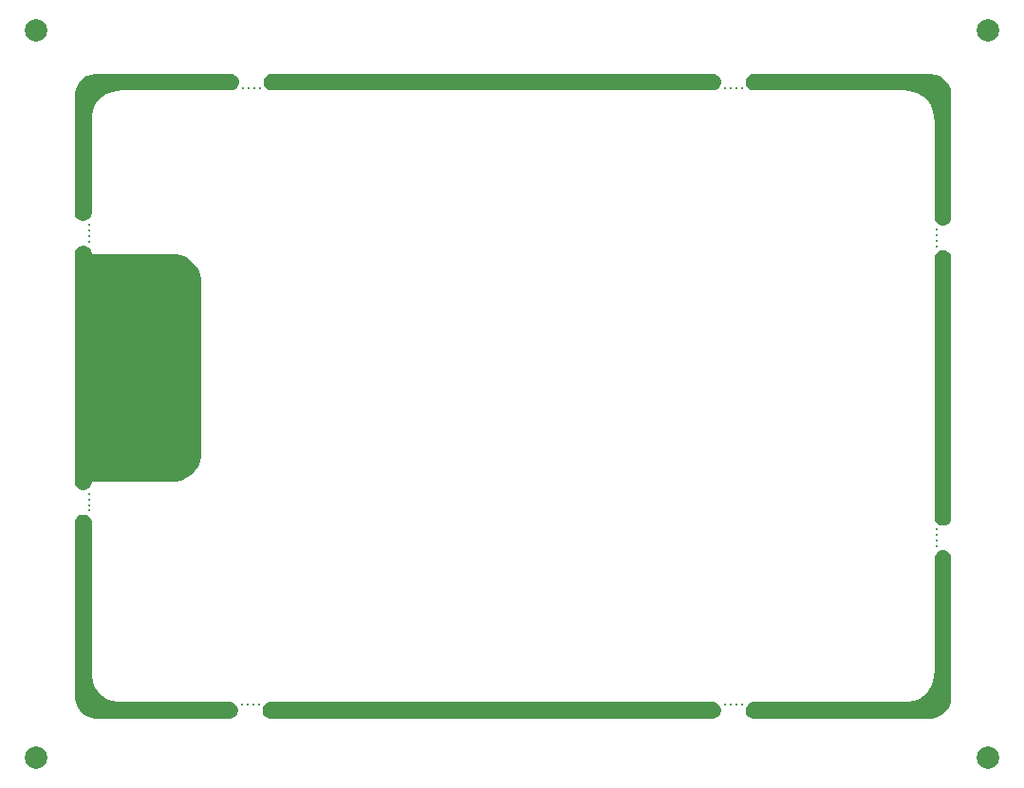
<source format=gbr>
%TF.GenerationSoftware,Altium Limited,Altium Designer,25.3.3 (18)*%
G04 Layer_Color=0*
%FSLAX45Y45*%
%MOMM*%
%TF.SameCoordinates,95E4F6BA-DA47-4B25-BB43-2529A7C35442*%
%TF.FilePolarity,Positive*%
%TF.FileFunction,NonPlated,1,6,NPTH,Drill*%
%TF.Part,CustomerPanel*%
G01*
G75*
%TA.AperFunction,OtherDrill,Pad Free-4 (9.814mm,51.594mm)*%
%ADD639C,0.30000*%
%TA.AperFunction,OtherDrill,Pad Free-4 (9.814mm,52.094mm)*%
%ADD640C,0.30000*%
%TA.AperFunction,OtherDrill,Pad Free-4 (9.814mm,52.594mm)*%
%ADD641C,0.30000*%
%TA.AperFunction,OtherDrill,Pad Free-4 (9.814mm,51.094mm)*%
%ADD642C,0.30000*%
%TA.AperFunction,OtherDrill,Pad Free-4 (9.814mm,27.594mm)*%
%ADD643C,0.30000*%
%TA.AperFunction,OtherDrill,Pad Free-4 (9.814mm,28.094mm)*%
%ADD644C,0.30000*%
%TA.AperFunction,OtherDrill,Pad Free-4 (9.814mm,28.594mm)*%
%ADD645C,0.30000*%
%TA.AperFunction,OtherDrill,Pad Free-4 (9.814mm,27.094mm)*%
%ADD646C,0.30000*%
%TA.AperFunction,OtherDrill,Pad Free-4 (24.406mm,9.814mm)*%
%ADD647C,0.30000*%
%TA.AperFunction,OtherDrill,Pad Free-4 (23.906mm,9.814mm)*%
%ADD648C,0.30000*%
%TA.AperFunction,OtherDrill,Pad Free-4 (23.406mm,9.814mm)*%
%ADD649C,0.30000*%
%TA.AperFunction,OtherDrill,Pad Free-4 (24.906mm,9.814mm)*%
%ADD650C,0.30000*%
%TA.AperFunction,OtherDrill,Pad Free-4 (67.506mm,9.814mm)*%
%ADD651C,0.30000*%
%TA.AperFunction,OtherDrill,Pad Free-4 (67.006mm,9.814mm)*%
%ADD652C,0.30000*%
%TA.AperFunction,OtherDrill,Pad Free-4 (66.506mm,9.814mm)*%
%ADD653C,0.30000*%
%TA.AperFunction,OtherDrill,Pad Free-4 (68.006mm,9.814mm)*%
%ADD654C,0.30000*%
%TA.AperFunction,OtherDrill,Pad Free-4 (85.386mm,24.906mm)*%
%ADD655C,0.30000*%
%TA.AperFunction,OtherDrill,Pad Free-4 (85.386mm,24.406mm)*%
%ADD656C,0.30000*%
%TA.AperFunction,OtherDrill,Pad Free-4 (85.386mm,23.906mm)*%
%ADD657C,0.30000*%
%TA.AperFunction,OtherDrill,Pad Free-4 (85.386mm,25.406mm)*%
%ADD658C,0.30000*%
%TA.AperFunction,OtherDrill,Pad Free-4 (85.386mm,51.706mm)*%
%ADD659C,0.30000*%
%TA.AperFunction,OtherDrill,Pad Free-4 (85.386mm,51.206mm)*%
%ADD660C,0.30000*%
%TA.AperFunction,OtherDrill,Pad Free-4 (85.386mm,50.706mm)*%
%ADD661C,0.30000*%
%TA.AperFunction,OtherDrill,Pad Free-4 (85.386mm,52.206mm)*%
%ADD662C,0.30000*%
%TA.AperFunction,OtherDrill,Pad Free-4 (66.994mm,64.786mm)*%
%ADD663C,0.30000*%
%TA.AperFunction,OtherDrill,Pad Free-4 (67.494mm,64.786mm)*%
%ADD664C,0.30000*%
%TA.AperFunction,OtherDrill,Pad Free-4 (67.994mm,64.786mm)*%
%ADD665C,0.30000*%
%TA.AperFunction,OtherDrill,Pad Free-4 (66.494mm,64.786mm)*%
%ADD666C,0.30000*%
%TA.AperFunction,OtherDrill,Pad Free-4 (23.494mm,64.786mm)*%
%ADD667C,0.30000*%
%TA.AperFunction,OtherDrill,Pad Free-4 (24.994mm,64.786mm)*%
%ADD668C,0.30000*%
%TA.AperFunction,OtherDrill,Pad Free-4 (24.494mm,64.786mm)*%
%ADD669C,0.30000*%
%TA.AperFunction,OtherDrill,Pad Free-4 (23.994mm,64.786mm)*%
%ADD670C,0.30000*%
%TA.AperFunction,OtherDrill,Pad Free-4 (90mm,70mm)*%
%ADD671C,2.00000*%
%TA.AperFunction,OtherDrill,Pad Free-4 (5mm,5mm)*%
%ADD672C,2.00000*%
%TA.AperFunction,OtherDrill,Pad Free-4 (5mm,70mm)*%
%ADD673C,2.00000*%
%TA.AperFunction,OtherDrill,Pad Free-4 (90mm,5mm)*%
%ADD674C,2.00000*%
G36*
X849863Y5370269D02*
Y5360395D01*
X854974Y5341320D01*
X864848Y5324218D01*
X878812Y5310254D01*
X895914Y5300380D01*
X914989Y5295269D01*
X934737D01*
X953812Y5300380D01*
X970914Y5310254D01*
X984878Y5324218D01*
X994752Y5341320D01*
X999863Y5360395D01*
Y5370269D01*
D01*
X999862Y6206769D01*
X1001085Y6231665D01*
X1010799Y6280501D01*
X1029854Y6326503D01*
X1057518Y6367904D01*
X1092726Y6403113D01*
X1134127Y6430777D01*
X1180130Y6449831D01*
X1228966Y6459545D01*
X1253862Y6460768D01*
X1253862Y6460769D01*
Y6459947D01*
X2239998Y6460000D01*
X2249872Y6460000D01*
X2268947Y6465111D01*
X2286049Y6474984D01*
X2300013Y6488948D01*
X2309887Y6506050D01*
X2314999Y6525125D01*
X2314999Y6544873D01*
X2309888Y6563948D01*
X2300015Y6581050D01*
X2286051Y6595014D01*
X2268949Y6604888D01*
X2249874Y6610000D01*
X2240000D01*
Y6610000D01*
X1050000Y6609936D01*
Y6610000D01*
X1030301D01*
X991662Y6602314D01*
X955264Y6587238D01*
X922507Y6565350D01*
X894649Y6537492D01*
X872762Y6504735D01*
X857686Y6468338D01*
X850000Y6429698D01*
Y6410000D01*
D01*
X849806D01*
X849863Y5370269D01*
D02*
G37*
G36*
X6910000Y6460000D02*
X8261791Y6460067D01*
Y6460769D01*
X8286838Y6459538D01*
X8335967Y6449766D01*
X8382247Y6430596D01*
X8423897Y6402766D01*
X8459318Y6367346D01*
X8487147Y6325695D01*
X8506317Y6279416D01*
X8516089Y6230286D01*
X8517320Y6205240D01*
X8517320D01*
X8519956Y6205240D01*
X8520000Y5330002D01*
X8520000Y5320128D01*
X8525111Y5301053D01*
X8534984Y5283951D01*
X8548948Y5269986D01*
X8566050Y5260112D01*
X8585125Y5255001D01*
X8604873Y5255001D01*
X8623948Y5260112D01*
X8641051Y5269985D01*
X8655015Y5283949D01*
X8664889Y5301051D01*
X8670000Y5320126D01*
Y5330000D01*
X8670000D01*
X8669946Y6410000D01*
X8670000D01*
Y6429698D01*
X8662314Y6468338D01*
X8647237Y6504735D01*
X8625350Y6537492D01*
X8597492Y6565350D01*
X8564735Y6587238D01*
X8528338Y6602314D01*
X8489698Y6610000D01*
X8470000D01*
D01*
Y6610078D01*
X6910002Y6609999D01*
X6900128Y6610000D01*
X6881053Y6604889D01*
X6863950Y6595015D01*
X6849986Y6581051D01*
X6840112Y6563950D01*
X6835001Y6544874D01*
X6835001Y6525127D01*
X6840112Y6506052D01*
X6849985Y6488949D01*
X6863949Y6474985D01*
X6881051Y6465111D01*
X6900126Y6460000D01*
X6910000D01*
D01*
D02*
G37*
G36*
X8520000Y2650000D02*
Y2640126D01*
X8525111Y2621051D01*
X8534985Y2603949D01*
X8548949Y2589985D01*
X8566051Y2580111D01*
X8585126Y2575000D01*
X8604874D01*
X8623949Y2580111D01*
X8641051Y2589985D01*
X8655015Y2603949D01*
X8664889Y2621051D01*
X8670000Y2640126D01*
Y2650000D01*
D01*
X8669938Y4960000D01*
X8670000D01*
Y4969874D01*
X8664889Y4988949D01*
X8655015Y5006051D01*
X8641051Y5020015D01*
X8623949Y5029889D01*
X8604874Y5035000D01*
X8585126D01*
X8566051Y5029889D01*
X8548949Y5020015D01*
X8534985Y5006051D01*
X8525111Y4988949D01*
X8520000Y4969874D01*
Y4960000D01*
D01*
X8520000Y2650000D01*
D02*
G37*
G36*
X6910000Y850000D02*
X8470000Y850068D01*
Y850000D01*
X8489698D01*
X8528338Y857686D01*
X8564735Y872762D01*
X8597493Y894650D01*
X8625350Y922507D01*
X8647238Y955265D01*
X8662314Y991662D01*
X8670000Y1030302D01*
Y1050000D01*
D01*
X8670065D01*
X8670000Y2279998D01*
X8670000Y2289872D01*
X8664889Y2308947D01*
X8655015Y2326049D01*
X8641052Y2340013D01*
X8623950Y2349887D01*
X8604875Y2354999D01*
X8585127Y2354999D01*
X8566052Y2349888D01*
X8548949Y2340015D01*
X8534985Y2326051D01*
X8525111Y2308949D01*
X8520000Y2289874D01*
Y2280000D01*
D01*
X8520054Y1255025D01*
X8517454Y1255025D01*
X8516225Y1230005D01*
X8506463Y1180928D01*
X8487314Y1134698D01*
X8459514Y1093092D01*
X8424131Y1057709D01*
X8382525Y1029909D01*
X8336295Y1010760D01*
X8287218Y1000998D01*
X8262199Y999769D01*
D01*
Y1000059D01*
X6910002Y1000000D01*
X6900128Y1000000D01*
X6881053Y994889D01*
X6863950Y985015D01*
X6849986Y971051D01*
X6840112Y953950D01*
X6835001Y934874D01*
X6835001Y915127D01*
X6840112Y896052D01*
X6849985Y878949D01*
X6863949Y864985D01*
X6881051Y855111D01*
X6900126Y850000D01*
X6910000D01*
D01*
D02*
G37*
G36*
X2610000Y6460000D02*
X2600126D01*
X2581051Y6465111D01*
X2563949Y6474985D01*
X2549985Y6488948D01*
X2540111Y6506050D01*
X2535000Y6525126D01*
Y6544873D01*
X2540111Y6563949D01*
X2549985Y6581051D01*
X2563949Y6595014D01*
X2581051Y6604888D01*
X2600126Y6610000D01*
X2610000D01*
D01*
X6540000Y6610105D01*
Y6610000D01*
X6549874D01*
X6568949Y6604889D01*
X6586051Y6595015D01*
X6600015Y6581051D01*
X6609889Y6563949D01*
X6615000Y6544874D01*
Y6525126D01*
X6609889Y6506051D01*
X6600015Y6488949D01*
X6586051Y6474985D01*
X6568949Y6465111D01*
X6549874Y6460000D01*
X6540000D01*
D01*
X6540002Y6460104D01*
X2610000Y6460000D01*
D02*
G37*
G36*
X2600000Y850000D02*
X2590126D01*
X2571051Y855111D01*
X2553949Y864985D01*
X2539985Y878948D01*
X2530111Y896051D01*
X2525000Y915126D01*
Y934873D01*
X2530111Y953949D01*
X2539985Y971051D01*
X2553949Y985015D01*
X2571051Y994889D01*
X2590126Y1000000D01*
X2600000D01*
D01*
X6540000Y1000105D01*
Y1000000D01*
X6549874D01*
X6568949Y994889D01*
X6586051Y985015D01*
X6600015Y971051D01*
X6609889Y953949D01*
X6615000Y934874D01*
Y915126D01*
X6609889Y896051D01*
X6600015Y878949D01*
X6586051Y864985D01*
X6568949Y855111D01*
X6549874Y850000D01*
X6540000D01*
D01*
Y850105D01*
X2600000Y850000D01*
D02*
G37*
G36*
X849956Y2970000D02*
X849862Y5000269D01*
Y5010143D01*
X854973Y5029218D01*
X864847Y5046320D01*
X878811Y5060284D01*
X895913Y5070158D01*
X914988Y5075269D01*
X934736D01*
X953811Y5070158D01*
X970913Y5060284D01*
X984877Y5046320D01*
X994751Y5029218D01*
X999862Y5010143D01*
Y5000269D01*
D01*
X1723762D01*
X1748779D01*
X1797851Y4990508D01*
X1844076Y4971361D01*
X1885678Y4943563D01*
X1921057Y4908184D01*
X1948854Y4866583D01*
X1968001Y4820358D01*
X1977762Y4771286D01*
Y4746269D01*
D01*
Y3222269D01*
Y3197252D01*
X1968001Y3148180D01*
X1948854Y3101955D01*
X1921057Y3060353D01*
X1885678Y3024974D01*
X1844076Y2997177D01*
X1797851Y2978030D01*
X1748779Y2968269D01*
X1723762D01*
D01*
X999862D01*
X1000001Y2970000D01*
Y2960126D01*
X994889Y2941051D01*
X985015Y2923949D01*
X971051Y2909985D01*
X953949Y2900111D01*
X934874Y2895000D01*
X915126D01*
X896051Y2900111D01*
X878949Y2909985D01*
X864985Y2923949D01*
X855111Y2941051D01*
X850000Y2960126D01*
Y2970000D01*
X849956D01*
D02*
G37*
G36*
X850000Y1050000D02*
X850000Y2599998D01*
X850000Y2609872D01*
X855111Y2628947D01*
X864984Y2646049D01*
X878948Y2660013D01*
X896050Y2669887D01*
X915125Y2674999D01*
X934873Y2674999D01*
X953948Y2669888D01*
X971050Y2660014D01*
X985014Y2646051D01*
X994888Y2628949D01*
X1000000Y2609874D01*
Y2600000D01*
X1000000D01*
X1000073Y1253769D01*
X999862D01*
X1001085Y1228872D01*
X1010799Y1180037D01*
X1029854Y1134034D01*
X1057518Y1092633D01*
X1092726Y1057424D01*
X1134128Y1029761D01*
X1180130Y1010706D01*
X1228966Y1000992D01*
X1253862Y999769D01*
D01*
Y999933D01*
X2229986Y1000000D01*
X2239860Y1000001D01*
X2258935Y994892D01*
X2276038Y985019D01*
X2290004Y971057D01*
X2299879Y953955D01*
X2304992Y934881D01*
X2304994Y915133D01*
X2299885Y896058D01*
X2290012Y878955D01*
X2276050Y864989D01*
X2258948Y855114D01*
X2239874Y850001D01*
X2230000Y850000D01*
X2230000D01*
X1050000Y849919D01*
X1050000Y850000D01*
X1030301D01*
X991662Y857686D01*
X955264Y872762D01*
X922507Y894649D01*
X894650Y922507D01*
X872762Y955264D01*
X857686Y991662D01*
X850000Y1030301D01*
Y1050000D01*
Y1050000D01*
D02*
G37*
D639*
X981389Y5159417D02*
D03*
D640*
Y5209417D02*
D03*
D641*
Y5259417D02*
D03*
D642*
Y5109417D02*
D03*
D643*
Y2759417D02*
D03*
D644*
Y2809417D02*
D03*
D645*
Y2859417D02*
D03*
D646*
Y2709416D02*
D03*
D647*
X2440583Y981389D02*
D03*
D648*
X2390583D02*
D03*
D649*
X2340583D02*
D03*
D650*
X2490583D02*
D03*
D651*
X6750583D02*
D03*
D652*
X6700583D02*
D03*
D653*
X6650583D02*
D03*
D654*
X6800583D02*
D03*
D655*
X8538611Y2490583D02*
D03*
D656*
Y2440583D02*
D03*
D657*
Y2390583D02*
D03*
D658*
Y2540583D02*
D03*
D659*
Y5170583D02*
D03*
D660*
Y5120583D02*
D03*
D661*
Y5070583D02*
D03*
D662*
Y5220583D02*
D03*
D663*
X6699417Y6478611D02*
D03*
D664*
X6749417D02*
D03*
D665*
X6799417D02*
D03*
D666*
X6649416D02*
D03*
D667*
X2349417D02*
D03*
D668*
X2499417D02*
D03*
D669*
X2449417D02*
D03*
D670*
X2399417D02*
D03*
D671*
X9000000Y7000000D02*
D03*
D672*
X500000Y500000D02*
D03*
D673*
Y7000000D02*
D03*
D674*
X9000000Y500000D02*
D03*
%TF.MD5,21defca26eb801cbe57af7e6a5a95375*%
M02*

</source>
